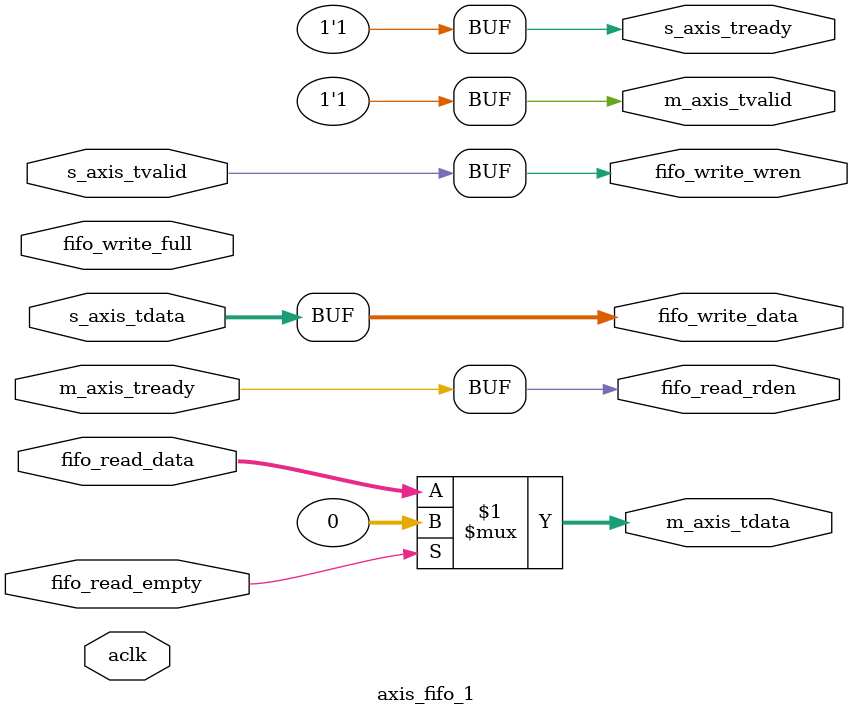
<source format=v>
module axis_fifo_1 #
(
  parameter integer S_AXIS_TDATA_WIDTH = 32,
  parameter integer M_AXIS_TDATA_WIDTH = 32
)
(
  input  wire                          aclk,
  output wire                          s_axis_tready,
  input  wire [S_AXIS_TDATA_WIDTH-1:0] s_axis_tdata,
  input  wire                          s_axis_tvalid,
  input  wire                          m_axis_tready,
  output wire [M_AXIS_TDATA_WIDTH-1:0] m_axis_tdata,
  output wire                          m_axis_tvalid,
  input  wire                          fifo_write_full,
  output wire [S_AXIS_TDATA_WIDTH-1:0] fifo_write_data,
  output wire                          fifo_write_wren,
  input  wire                          fifo_read_empty,
  input  wire [M_AXIS_TDATA_WIDTH-1:0] fifo_read_data,
  output wire                          fifo_read_rden
);
  assign m_axis_tdata = fifo_read_empty ? {(M_AXIS_TDATA_WIDTH){1'b0}} : fifo_read_data;
  assign m_axis_tvalid = 1'b1;
  assign s_axis_tready = 1'b1;
  assign fifo_read_rden = m_axis_tready;
  assign fifo_write_data = s_axis_tdata;
  assign fifo_write_wren = s_axis_tvalid;
endmodule
</source>
